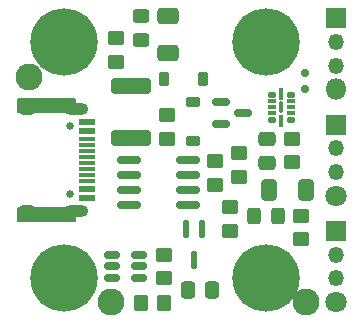
<source format=gbr>
%TF.GenerationSoftware,KiCad,Pcbnew,9.0.1*%
%TF.CreationDate,2025-04-12T21:10:11-04:00*%
%TF.ProjectId,USB-C-3-way-splitter-V5,5553422d-432d-4332-9d77-61792d73706c,rev?*%
%TF.SameCoordinates,Original*%
%TF.FileFunction,Soldermask,Top*%
%TF.FilePolarity,Negative*%
%FSLAX46Y46*%
G04 Gerber Fmt 4.6, Leading zero omitted, Abs format (unit mm)*
G04 Created by KiCad (PCBNEW 9.0.1) date 2025-04-12 21:10:11*
%MOMM*%
%LPD*%
G01*
G04 APERTURE LIST*
G04 Aperture macros list*
%AMRoundRect*
0 Rectangle with rounded corners*
0 $1 Rounding radius*
0 $2 $3 $4 $5 $6 $7 $8 $9 X,Y pos of 4 corners*
0 Add a 4 corners polygon primitive as box body*
4,1,4,$2,$3,$4,$5,$6,$7,$8,$9,$2,$3,0*
0 Add four circle primitives for the rounded corners*
1,1,$1+$1,$2,$3*
1,1,$1+$1,$4,$5*
1,1,$1+$1,$6,$7*
1,1,$1+$1,$8,$9*
0 Add four rect primitives between the rounded corners*
20,1,$1+$1,$2,$3,$4,$5,0*
20,1,$1+$1,$4,$5,$6,$7,0*
20,1,$1+$1,$6,$7,$8,$9,0*
20,1,$1+$1,$8,$9,$2,$3,0*%
G04 Aperture macros list end*
%ADD10C,5.700000*%
%ADD11RoundRect,0.250000X1.450000X-0.400000X1.450000X0.400000X-1.450000X0.400000X-1.450000X-0.400000X0*%
%ADD12RoundRect,0.112500X0.112500X0.637500X-0.112500X0.637500X-0.112500X-0.637500X0.112500X-0.637500X0*%
%ADD13RoundRect,0.150000X-0.587500X-0.150000X0.587500X-0.150000X0.587500X0.150000X-0.587500X0.150000X0*%
%ADD14RoundRect,0.250000X-0.350000X-0.450000X0.350000X-0.450000X0.350000X0.450000X-0.350000X0.450000X0*%
%ADD15R,1.800000X1.800000*%
%ADD16O,1.350000X1.350000*%
%ADD17C,1.800000*%
%ADD18RoundRect,0.150000X-0.825000X-0.150000X0.825000X-0.150000X0.825000X0.150000X-0.825000X0.150000X0*%
%ADD19RoundRect,0.250000X-0.450000X0.350000X-0.450000X-0.350000X0.450000X-0.350000X0.450000X0.350000X0*%
%ADD20RoundRect,0.250000X0.650000X-0.412500X0.650000X0.412500X-0.650000X0.412500X-0.650000X-0.412500X0*%
%ADD21RoundRect,0.250000X-0.450000X0.325000X-0.450000X-0.325000X0.450000X-0.325000X0.450000X0.325000X0*%
%ADD22RoundRect,0.250000X-0.337500X-0.475000X0.337500X-0.475000X0.337500X0.475000X-0.337500X0.475000X0*%
%ADD23RoundRect,0.250000X-0.325000X-0.450000X0.325000X-0.450000X0.325000X0.450000X-0.325000X0.450000X0*%
%ADD24O,1.800000X1.800000*%
%ADD25RoundRect,0.125000X-0.215000X-0.125000X0.215000X-0.125000X0.215000X0.125000X-0.215000X0.125000X0*%
%ADD26RoundRect,0.087500X-0.252500X-0.087500X0.252500X-0.087500X0.252500X0.087500X-0.252500X0.087500X0*%
%ADD27RoundRect,0.087500X-0.087500X-0.425000X0.087500X-0.425000X0.087500X0.425000X-0.087500X0.425000X0*%
%ADD28RoundRect,0.087500X-0.087500X-0.387500X0.087500X-0.387500X0.087500X0.387500X-0.087500X0.387500X0*%
%ADD29RoundRect,0.250000X0.450000X-0.350000X0.450000X0.350000X-0.450000X0.350000X-0.450000X-0.350000X0*%
%ADD30RoundRect,0.250000X-0.475000X0.337500X-0.475000X-0.337500X0.475000X-0.337500X0.475000X0.337500X0*%
%ADD31RoundRect,0.250000X0.412500X0.650000X-0.412500X0.650000X-0.412500X-0.650000X0.412500X-0.650000X0*%
%ADD32C,2.286000*%
%ADD33RoundRect,0.225000X-0.375000X0.225000X-0.375000X-0.225000X0.375000X-0.225000X0.375000X0.225000X0*%
%ADD34RoundRect,0.225000X0.225000X0.375000X-0.225000X0.375000X-0.225000X-0.375000X0.225000X-0.375000X0*%
%ADD35RoundRect,0.150000X-0.200000X0.150000X-0.200000X-0.150000X0.200000X-0.150000X0.200000X0.150000X0*%
%ADD36RoundRect,0.150000X0.512500X0.150000X-0.512500X0.150000X-0.512500X-0.150000X0.512500X-0.150000X0*%
%ADD37C,0.650000*%
%ADD38R,1.450000X0.600000*%
%ADD39R,1.450000X0.300000*%
%ADD40O,2.100000X1.000000*%
%ADD41O,1.600000X1.000000*%
G04 APERTURE END LIST*
D10*
%TO.C,H4*%
X20100000Y-10000000D03*
%TD*%
D11*
%TO.C,F1*%
X8700000Y1850000D03*
X8700000Y6300000D03*
%TD*%
D12*
%TO.C,D1*%
X14650000Y-5840000D03*
X13350000Y-5840000D03*
X14000000Y-8500000D03*
%TD*%
D13*
%TO.C,Q1*%
X16262500Y4950000D03*
X16262500Y3050000D03*
X18137500Y4000000D03*
%TD*%
D14*
%TO.C,R1*%
X9500000Y-12100000D03*
X11500000Y-12100000D03*
%TD*%
D15*
%TO.C,J3*%
X26000000Y3000000D03*
D16*
X26000000Y1000000D03*
X26000000Y-1000000D03*
D17*
X26000000Y-3000000D03*
%TD*%
D10*
%TO.C,H2*%
X3000000Y-10000000D03*
%TD*%
D18*
%TO.C,U1*%
X8525000Y5000D03*
X8525000Y-1265000D03*
X8525000Y-2535000D03*
X8525000Y-3805000D03*
X13475000Y-3805000D03*
X13475000Y-2535000D03*
X13475000Y-1265000D03*
X13475000Y5000D03*
%TD*%
D19*
%TO.C,R3*%
X15800000Y-100000D03*
X15800000Y-2100000D03*
%TD*%
%TO.C,R7*%
X22300000Y1800000D03*
X22300000Y-200000D03*
%TD*%
D20*
%TO.C,C3*%
X11800000Y9037500D03*
X11800000Y12162500D03*
%TD*%
D21*
%TO.C,D2*%
X9500000Y12225000D03*
X9500000Y10175000D03*
%TD*%
D22*
%TO.C,C5*%
X13500000Y-11000000D03*
X15575000Y-11000000D03*
%TD*%
D23*
%TO.C,D3*%
X19075000Y-4700000D03*
X21125000Y-4700000D03*
%TD*%
D15*
%TO.C,J2*%
X26000000Y12000000D03*
D16*
X26000000Y10000000D03*
X26000000Y8000000D03*
D24*
X26000000Y6000000D03*
%TD*%
D25*
%TO.C,U2*%
X20590000Y5537500D03*
D26*
X20590000Y4962500D03*
X20590000Y4462500D03*
X20590000Y3962500D03*
D25*
X20590000Y3387500D03*
D27*
X21400000Y3325000D03*
D25*
X22210000Y3387500D03*
D26*
X22210000Y3962500D03*
X22210000Y4462500D03*
X22210000Y4962500D03*
D25*
X22210000Y5537500D03*
D27*
X21400000Y5600000D03*
D28*
X21400000Y4462500D03*
%TD*%
D19*
%TO.C,R6*%
X17100000Y-4000000D03*
X17100000Y-6000000D03*
%TD*%
D29*
%TO.C,R5*%
X23100000Y-6700000D03*
X23100000Y-4700000D03*
%TD*%
D30*
%TO.C,C1*%
X20200000Y1800000D03*
X20200000Y-275000D03*
%TD*%
D31*
%TO.C,C2*%
X23462500Y-2500000D03*
X20337500Y-2500000D03*
%TD*%
D32*
%TO.C,H7*%
X23500000Y-12000000D03*
%TD*%
%TO.C,H6*%
X7000000Y-12000000D03*
%TD*%
D33*
%TO.C,D5*%
X13900000Y4950000D03*
X13900000Y1650000D03*
%TD*%
D34*
%TO.C,D4*%
X14750000Y6900000D03*
X11450000Y6900000D03*
%TD*%
D29*
%TO.C,R4*%
X7400000Y8300000D03*
X7400000Y10300000D03*
%TD*%
D10*
%TO.C,H1*%
X3000000Y10000000D03*
%TD*%
D29*
%TO.C,R9*%
X17800000Y-1400000D03*
X17800000Y600000D03*
%TD*%
D19*
%TO.C,R2*%
X11500000Y-8000000D03*
X11500000Y-10000000D03*
%TD*%
D35*
%TO.C,D6*%
X23400000Y6000000D03*
X23400000Y7400000D03*
%TD*%
D36*
%TO.C,U3*%
X9337500Y-9950000D03*
X9337500Y-9000000D03*
X9337500Y-8050000D03*
X7062500Y-8050000D03*
X7062500Y-9000000D03*
X7062500Y-9950000D03*
%TD*%
D37*
%TO.C,J1*%
X3500000Y2890000D03*
X3500000Y-2890000D03*
D38*
X4945000Y3250000D03*
X4945000Y2450000D03*
D39*
X4945000Y1250000D03*
X4945000Y250000D03*
X4945000Y-250000D03*
X4945000Y-1250000D03*
D38*
X4945000Y-2450000D03*
X4945000Y-3250000D03*
X4945000Y-3250000D03*
X4945000Y-2450000D03*
D39*
X4945000Y-1750000D03*
X4945000Y-750000D03*
X4945000Y750000D03*
X4945000Y1750000D03*
D38*
X4945000Y2450000D03*
X4945000Y3250000D03*
D40*
X4030000Y4320000D03*
D41*
X-150000Y4320000D03*
D40*
X4030000Y-4320000D03*
D41*
X-150000Y-4320000D03*
%TD*%
D10*
%TO.C,H3*%
X20100000Y10000000D03*
%TD*%
D15*
%TO.C,J4*%
X26000000Y-6000000D03*
D16*
X26000000Y-8000000D03*
X26000000Y-10000000D03*
D17*
X26000000Y-12000000D03*
%TD*%
D32*
%TO.C,H5*%
X0Y7000000D03*
%TD*%
D19*
%TO.C,R8*%
X11700000Y3800000D03*
X11700000Y1800000D03*
%TD*%
G36*
X3943039Y-4019685D02*
G01*
X3988794Y-4072489D01*
X4000000Y-4124000D01*
X4000000Y-5126000D01*
X3980315Y-5193039D01*
X3927511Y-5238794D01*
X3876000Y-5250000D01*
X-876000Y-5250000D01*
X-943039Y-5230315D01*
X-988794Y-5177511D01*
X-1000000Y-5126000D01*
X-1000000Y-4124000D01*
X-980315Y-4056961D01*
X-927511Y-4011206D01*
X-876000Y-4000000D01*
X3876000Y-4000000D01*
X3943039Y-4019685D01*
G37*
G36*
X3943039Y5230315D02*
G01*
X3988794Y5177511D01*
X4000000Y5126000D01*
X4000000Y4124000D01*
X3980315Y4056961D01*
X3927511Y4011206D01*
X3876000Y4000000D01*
X-876000Y4000000D01*
X-943039Y4019685D01*
X-988794Y4072489D01*
X-1000000Y4124000D01*
X-1000000Y5126000D01*
X-980315Y5193039D01*
X-927511Y5238794D01*
X-876000Y5250000D01*
X3876000Y5250000D01*
X3943039Y5230315D01*
G37*
M02*

</source>
